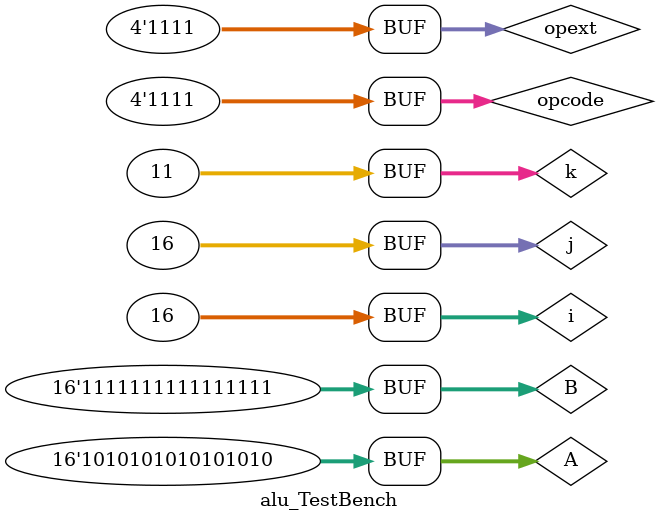
<source format=v>
`timescale 1ns / 1ps


module alu_TestBench;

	// Inputs
	reg [15:0] A;
	reg [15:0] B;
	reg [3:0] opcode;
	reg [3:0] opext;

	// Outputs
	wire [15:0] S;
	wire [4:0] CLFZN;

	// Instantiate the Unit Under Test (UUT)
	ALUmod uut (
		.A(A), 
		.B(B), 
		.opcode(opcode), 
		.S(S), 
		.opext(opext), 
		.CLFZN(CLFZN)
	);
	//Declare any integers and variables here
	integer i,j,k;
	initial 
	begin
		// Initialize Inputs and variables
		A = 0;
		B = 0;
		opcode = 0;
		opext = 0;
		i = 0;
		j = 0;
		k = 0;
		// Wait 100 ns for global reset to finish
		#100;
        
		// Add stimulus here
		
		/*	README PORTION
		*	This testbench will test every opcode, and only certain opcode extentions.
		*	This will be done using a for loop for the base opcode, and I will use a if statement for the extention
		* 	loop which will test all the ext for a particular opcode.
		*  we will test all the corner cases
		*	 A	 |	B
	*	   ____|____
	*		Max |	Max
	*		Max |	Min
	*		Min |	Max
	*		Min | Min
	*		A+B = Max
	*		... = max + 1
	*		A - B = Max -1
	*		min - 1
	*
		*	After we complete the corner case we will test the random values, we will probably complete 100 random for
		* each and it will only show errors
		*/
		//starting opcode for each corner case
		for(i = 0; i < 16; i = i+1)
		begin
			#100;
			//set the opcode for test each option.  
			//if alu doesn't support the opcode it needs to be ignored.
			opcode = i;
			//test max | Max
			if(i == 0)
				begin
					//test the different opcodes extentions for 0000 opext 0000-1111
						
						for(j = 0; j < 16; j = j +1)
						begin
						//testing opext
							opext = j;
							if(j == 0) //this is nop
							begin//*****************************************NOP********************************
								//test to see if all outputs are 0
								
								//A = 16'b1111111111111111;// max unsign
								//B = 16'b1111111111111111;// max unsign
								//only random is require if it doesn't return 0 for random
								//it won't return 0 for max min and all of them
								//loop through 10 different random numbers
								for(k = 0; k < 11; k = k +1)
								begin
									A = $random % (2^16);
									B = $random % (2^16);
									//may need delay **********************possible need to change the following line
									#50;
									if(S != 0)
									begin
										$monitor("ERROR0_INST:NOP A=%b,B=%B,CLFZN = %b,S = %b,Time",A,B,CLFZN,S,$time);
									
									end// end S != 0
								
								end// end 1st k loop
							end // end nop j == 0 
							//nop is tested
							
							if(j == 1)
							begin//***************************************AND************************************
								//This needs an extentive test
								//we first test max
								A = 16'b1111111111111111;// max unsign
								B = 16'b1111111111111111;// max unsign
							   
								//result should be max
							
								#50;
								//test Max&Max
								if(S != 16'b1111111111111111)
								begin
									$monitor("ERROR1_INST:AND A=%b,B=%B,CLFZN = %b,S = %b,Time",A,B,CLFZN,S,$time);
									
								end//End test Max&Max
								//test Max& 0 expected result 0
								B = 0;
								#50;
								if(S != 0)
								begin
									$monitor("ERROR2_INST: AND A=%b,B=%B,CLFZN = %b,S = %b,Time",A,B,CLFZN,S,$time);
								end//end test Max&0 
								//Test 3 swap order 0&max expect 0
								A = 0;
								B = 16'b1111111111111111;// max unsign
								#50;
								if(S != 0)
								begin
									$monitor("ERROR3_INST: AND A=%b,B=%B,CLFZN = %b,S = %b,Time",A,B,CLFZN,S,$time);
								end//end test swap max and 0 0&max 
								// testing every other bit and expect 0
								A = 16'b1010101010101010;
								B = 16'b0101010101010101;
							
								#50
								if(S != 0)
								begin
									$monitor("ERROR4_INST: AND A=%b,B=%B,CLFZN = %b,S = %b,Time",A,B,CLFZN,S,$time);
								end//end test every other
								//test 0&0 expect 0
								A = 0;
								B = 0;
							
								#50
								if(S != 0)
								begin
									$monitor("ERROR5_INST: AND A=%b,B=%B,CLFZN = %b,S = %b,Time",A,B,CLFZN,S,$time);
								end//end test 0&0
								//This is the end of all the and tests
							end//end AND j == 1
							if(j == 2)
							begin//**************************************OR**************************************
								//Test max or max expect max
								A = 16'b1111111111111111;// max unsign
								B = 16'b1111111111111111;// max unsign
							   
								//result should be max
							
								#50;
								//test Max|Max
								if(S != 16'b1111111111111111)
								begin
									$monitor("ERROR6_INST: OR A=%b,B=%B,CLFZN = %b,S = %b,Time",A,B,CLFZN,S,$time);
									
								end//End test Max|Max
								//test Max| 0 expected result MAX
								B = 0;
								#50;
								if(S != 16'b1111111111111111)
								begin
									$monitor("ERROR7_INST: OR A=%b,B=%B,CLFZN = %b,S = %b,Time",A,B,CLFZN,S,$time);
								end//end test Max|0 
								//Test 3 swap order 0|max expect max
								A = 0;
								B = 16'b1111111111111111;// max unsign
								#50;
								if(S != 16'b1111111111111111)
								begin
									$monitor("ERROR8_INST: OR A=%b,B=%B,CLFZN = %b,S = %b,Time",A,B,CLFZN,S,$time);
								end//end test swap max and 0 0|max 
								// testing every other bit and expect max
								A = 16'b1010101010101010;
								B = 16'b0101010101010101;
							
								#50
								if(S != 16'b1111111111111111)
								begin
									$monitor("ERROR9_INST: OR A=%b,B=%B,CLFZN = %b,S = %b,Time",A,B,CLFZN,S,$time);
								end//end test every other
								//test 0|0 expect 0
								A = 0;
								B = 0;
							
								#50
								if(S != 0)
								begin
									$monitor("ERROR10_INST: OR A=%b,B=%B,CLFZN = %b,S = %b,Time",A,B,CLFZN,S,$time);
								end//end test 0|0
							
							
							end//end OR j == 2
							if(j == 3)
							begin//*************************************XOR**************************************
								//testing xor
								//Test max xor max expect max
								A = 16'b1111111111111111;// max unsign
								B = 16'b1111111111111111;// max unsign
							   
								//result should be 0
							
								#50;
								//test Max^Max
								if(S != 0)
								begin
									$monitor("ERROR11_INST: XOR A=%b,B=%B,CLFZN = %b,S = %b,Time",A,B,CLFZN,S,$time);
									
								end//End test Max^Max
								//test Max^ 0 expected result MAX
								B = 0;
								#50;
								if(S != 16'b1111111111111111)
								begin
									$monitor("ERROR12_INST: XOR A=%b,B=%B,CLFZN = %b,S = %b,Time",A,B,CLFZN,S,$time);
								end//end test Max^0 
								//Test 3 swap order 0^max expect max
								A = 0;
								B = 16'b1111111111111111;// max unsign
								#50;
								if(S != 16'b1111111111111111)
								begin
									$monitor("ERROR13_INST: XOR A=%b,B=%B,CLFZN = %b,S = %b,Time",A,B,CLFZN,S,$time);
								end//end test swap max and 0 0^max 
								// testing every other bit and expect max
								A = 16'b1010101010101010;
								B = 16'b0101010101010101;
							
								#50
								if(S != 16'b1111111111111111)
								begin
									$monitor("ERROR14_INST: XOR A=%b,B=%B,CLFZN = %b,S = %b,Time",A,B,CLFZN,S,$time);
								end//end test every other
								//test 0^0 expect 0
								A = 0;
								B = 0;
							
								#50
								if(S != 0)
								begin
									$monitor("ERROR15_INST: XOR A=%b,B=%B,CLFZN = %b,S = %b,Time",A,B,CLFZN,S,$time);
								end//end test 0^0
							
							
							end// end XOR j == 3
							//can ignore 0100(j == 4)the imediate values are taken already
							if(j == 5)
							begin//************************************ADD***************************************
								//Testing add values
								A = 16'b1111111111111111;// -1
								B = 16'b1111111111111111;// -1
							   //result should be 1111111111111110 with CLFZN = 10100
								#50;
								//test Max+Max
								if(S != 16'b1111111111111110 || CLFZN != 5'b10100)
								begin
									$monitor("ERROR16_INST: ADD A=%b,B=%B,CLFZN = %b,S = %b,Time",A,B,CLFZN,S,$time);
								end//End test -1+-1
								//test Min+0 expected result -1 CLFZN = 0
								B = 0;
								#50;
								if(S != 16'b1111111111111111 || CLFZN != 0)
								begin
									$monitor("ERROR17_INST: ADD A=%b,B=%B,CLFZN = %b,S = %b,Time",A,B,CLFZN,S,$time);
								end//end test Max+0 
								//Test 3 swap order 0+-1 expect -1
								A = 0;
								B = 16'b1111111111111111;// -1
								#50;
								if(S != 16'b1111111111111111 || CLFZN != 0)
								begin
									$monitor("ERROR18_INST: ADD A=%b,B=%B,CLFZN = %b,S = %b,Time",A,B,CLFZN,S,$time);
								end//end test max+Min expect 0111111111111110 CLFZN= 10100
								A = 16'b1111111111111111;//-1
								B = 16'b0111111111111111;//MAX
							
								#50
								if(S != 16'b0111111111111110|| CLFZN != 5'b10100)
								begin
									$monitor("ERROR19_INST: ADD A=%b,B=%B,CLFZN = %b,S = %b,Time",A,B,CLFZN,S,$time);
								end//end test every other
								//test 0+0 expect 0
								A = 0;
								B = 0;
								#50
								if(S != 0|| CLFZN != 0)
								begin
									$monitor("ERROR20_INST: ADD A=%b,B=%B,CLFZN = %b,S = %b,Time",A,B,CLFZN,S,$time);
								end//end test 0+0
								//test Max + 1 expect Min and CLFZN = 00100
								A = 16'b0000000000000001;//1
								B = 16'b0111111111111111;//MAX
										  
								#50
								if(S != 16'b1000000000000000|| CLFZN != 5'b00100)
								begin
									$monitor("ERROR21_INST: ADD A=%b,B=%B,CLFZN = %b,S = %b,Time",A,B,CLFZN,S,$time);
								end//end test every other
								//test -1+1 expect 1 with carry flag
								A = 16'b0000000000000001;//1
								B = 16'b1111111111111111;//-1
										  
								#50
								if(S != 16'b0000000000000000|| CLFZN != 5'b10000)
								begin
									$monitor("ERROR22_INST: ADD A=%b,B=%B,CLFZN = %b,S = %b,Time",A,B,CLFZN,S,$time);
								end//end test every other
								//test A+B=Max expect 0 with carry flag
								A = 16'b0000000011111111;//random
								B = 16'b0111111100000000;//random
								#50
								if(S != 16'b0111111111111111|| CLFZN !=0)
								begin
									$monitor("ERROR23_INST: ADD A=%b,B=%B,CLFZN = %b,S = %b,Time",A,B,CLFZN,S,$time);
								end//end test every other
								
								//test random cases now
								for(k = 0; k < 11; k = k+1)
								begin
									A = $random % 2^14;
									B = $random % 2^14;
									#50;
									if(S != (A+B))
									begin
										$monitor("ERRORInLoop2_INST: ADD A=%b,B=%B,CLFZN = %b,S = %b,Time",A,B,CLFZN,S,$time);
									end//end test every other
								end//end k loop for random cases								
							
							end// end ADD j == 5
							if(j == 6)
							begin//************************************ADDU**************************************
								//Testing the unsigned add
								A = 16'b1111111111111111;// Max
								B = 16'b1111111111111111;// Max
							   //result should be 1111111111111110 with CLFZN = 10100
								#50;
								//test Max+Max
								if(S != 16'b1111111111111110 || CLFZN != 5'b10100)
								begin
									$monitor("ERROR24_INST: ADDU A=%b,B=%B,CLFZN = %b,S = %b,Time",A,B,CLFZN,S,$time);
								end//End test max+max
								//test Min+0 expected result -1 CLFZN = 0
								B = 0;
								#50;
								if(S != 16'b1111111111111111 || CLFZN != 0)
								begin
									$monitor("ERROR25_INST: ADDU A=%b,B=%B,CLFZN = %b,S = %b,Time",A,B,CLFZN,S,$time);
								end//end test Max+0 
								//Test 3 swap order 0+Max expect Max
								A = 0;
								B = 16'b1111111111111111;// MAX
								#50;
								if(S != 16'b1111111111111111 || CLFZN != 0)
								begin
									$monitor("ERROR26_INST: ADDU A=%b,B=%B,CLFZN = %b,S = %b,Time",A,B,CLFZN,S,$time);
								end//end test max+Min expect 0111111111111110 CLFZN= 10100
								
								//test 0+0 expect 0
								A = 0;
								B = 0;
								#50
								if(S != 0|| CLFZN != 0)
								begin
									$monitor("ERROR27_INST: ADDU A=%b,B=%B,CLFZN = %b,S = %b,Time",A,B,CLFZN,S,$time);
								end//end test 0+0
								//test 1 + big number and CLFZN = 00000 result = 1000000000000000
								A = 16'b0000000000000001;//1
								B = 16'b0111111111111111;//MAX
										  
								#50
								if(S != 16'b1000000000000000|| CLFZN != 5'b00000)
								begin
									$monitor("ERROR28_INST: ADDU A=%b,B=%B,CLFZN = %b,S = %b,Time",A,B,CLFZN,S,$time);
								end//end sum to large number
								//test 1+max expect 0 with carry flag and overflow
								A = 16'b0000000000000001;//1
								B = 16'b1111111111111111;//-1
										  
								#50
								if(S != 16'b0000000000000000|| CLFZN != 5'b10100)
								begin
									$monitor("ERROR29_INST: ADDU A=%b,B=%B,CLFZN = %b,S = %b,Time",A,B,CLFZN,S,$time);
								end//end test every other
								//test A+B=Max expect 0 with carry flag
								A = 16'b0000000011111111;//random
								B = 16'b1111111100000000;//random
								#50
								if(S != 16'b1111111111111111|| CLFZN !=0)
								begin
									$monitor("ERROR30_INST: ADDU A=%b,B=%B,CLFZN = %b,S = %b,Time",A,B,CLFZN,S,$time);
								end//end test every other
								
								//test random cases now
								for(k = 0; k < 11; k = k+1)
								begin
									A = $random % 2^14;
									B = $random % 2^14;
									#50;
									if(S != (A+B))
									begin
										$monitor("ERRORInLoop3_INST: ADDU A=%b,B=%B,CLFZN = %b,S = %b,Time",A,B,CLFZN,S,$time);
									end//end test every other
								end//end k loop for random cases								
							
							
							end// end ADDU j == 6
							if(j == 7)
							begin//************************************ADDC**************************************
							//now we can check everything that is the same with ADD only now we add 2 more cases for Carry input
							
								//Testing add values
								A = 16'b1111111111111111;// -1
								B = 16'b1111111111111111;// -1
							   //result should be 1111111111111110 with CLFZN = 10100
								#50;
								//test Max+Max
								if(S != 16'b1111111111111110 || CLFZN != 5'b10100)
								begin
									$monitor("ERROR31_INST: ADDC A=%b,B=%B,CLFZN = %b,S = %b,Time",A,B,CLFZN,S,$time);
								end//End test -1+-1
								//test Min+0 expected result -1 CLFZN = 0
								B = 0;
								#50;
								if(S != 16'b1111111111111111 || CLFZN != 0)
								begin
									$monitor("ERROR32_INST: ADDC A=%b,B=%B,CLFZN = %b,S = %b,Time",A,B,CLFZN,S,$time);
								end//end test Max+0 
								//Test 3 swap order 0+-1 expect -1
								A = 0;
								B = 16'b1111111111111111;// -1
								#50;
								if(S != 16'b1111111111111111 || CLFZN != 0)
								begin
									$monitor("ERROR33_INST: ADDC A=%b,B=%B,CLFZN = %b,S = %b,Time",A,B,CLFZN,S,$time);
								end//end test max+Min expect 0111111111111110 CLFZN= 10100
								A = 16'b1111111111111111;//-1
								B = 16'b0111111111111111;//MAX
							
								#50
								if(S != 16'b0111111111111110|| CLFZN != 5'b10100)
								begin
									$monitor("ERROR34_INST: ADDC A=%b,B=%B,CLFZN = %b,S = %b,Time",A,B,CLFZN,S,$time);
								end//end test every other
								//test 0+0 expect 0
								A = 0;
								B = 0;
								#50
								if(S != 0|| CLFZN != 0)
								begin
									$monitor("ERROR35_INST: ADDC A=%b,B=%B,CLFZN = %b,S = %b,Time",A,B,CLFZN,S,$time);
								end//end test 0+0
								//test Max + 1 expect Min and CLFZN = 00100
								A = 16'b0000000000000001;//1
								B = 16'b0111111111111111;//MAX
										  
								#50
								if(S != 16'b1000000000000000|| CLFZN != 5'b00100)
								begin
									$monitor("ERROR36_INST: ADDC A=%b,B=%B,CLFZN = %b,S = %b,Time",A,B,CLFZN,S,$time);
								end//end test every other
								//test -1+1 expect 1 with carry flag
								A = 16'b0000000000000001;//1
								B = 16'b1111111111111111;//-1
										  
								#50
								if(S != 16'b0000000000000000|| CLFZN != 5'b10000)
								begin
									$monitor("ERROR37_INST: ADDC A=%b,B=%B,CLFZN = %b,S = %b,Time",A,B,CLFZN,S,$time);
								end//end test every other
								//test A+B=Max expect 0 with carry flag
								A = 16'b0000000011111111;//random
								B = 16'b0111111100000000;//random
								#50
								if(S != 16'b0111111111111111|| CLFZN !=0)
								begin
									$monitor("ERROR38_INST: ADDC A=%b,B=%B,CLFZN = %b,S = %b,Time",A,B,CLFZN,S,$time);
								end//end test every other
								//test A+1+Cin=expect 0 with carry flag
								A = 16'b1111111111111111;//random
								B = 16'b0000000000000000;//random
						//change flag
						
								#50
								if(S != 0|| CLFZN !=5'b10000)
								begin
									$monitor("ERROR39_INST: ADDC A=%b,B=%B,CLFZN = %b,S = %b,Time",A,B,CLFZN,S,$time);
								end//end test every other
								//Test if 0+0+cflag = 1 and cflag =0
								A = 16'b0000000000000000;//random
								B = 16'b0000000000000000;//random
						//change flag
									
								#50
								if(S != 16'b0000000000000001|| CLFZN !=0)
								begin                       //
									$monitor("ERROR40_INST: ADDC A=%b,B=%B,CLFZN = %b,S = %b,Time",A,B,CLFZN,S,$time);
								end//end test every other
								
								
								//test random cases now
								for(k = 0; k < 11; k = k+1)
								begin
									A = $random % 2^14;
									B = $random % 2^14;
									#50;
									if(S != (A+B))
									begin
										$monitor("ERRORInLoop4_INST: ADDC A=%b,B=%B,CLFZN = %b,S = %b,Time",A,B,CLFZN,S,$time);
									end//end test every other
								end//end k loop for random cases								
							
							end// end ADDC j == 7
							//can be ignored 1000(j == 8) the imediate values are taken later
							
							if(j == 9)//This is tested in the add function when you do an sub it changes it so you just add
							begin//*****************************sub************************************
							
							end// end SUB j == 9
							//can be ignored 1010(j == 10) the imediate values are taken later
							//can be ignored 1011(j == 11) the imediate values are taken later
							//can be ignored 1100(j == 12) This is an non-ALU instruction
							if(j == 13)//
							begin//**************************MOV***************************
							
							end// end MOV j == 13
							if(j == 14)
							begin//**************************RSH***********************************
								//shift right this isn't going to carry the first bit over
								//example a = 1111
								// a>>1
								// result = 0111
								A = 16'b1111111111111111;// -1
								
								#50;
								//test Max+Max
								if(S != 16'b0111111111111111)
								begin
									$monitor("ERROR41_INST: MOV A=%b,B=%B,CLFZN = %b,S = %b,Time",A,B,CLFZN,S,$time);
								end//End test -1+-1
								A = 16'b1010101010101010;
										
								#50;
								//test Max+Max
								if(S != 16'b1010101010101010)
								begin
									$monitor("ERROR42_INST: MOV A=%b,B=%B,CLFZN = %b,S = %b,Time",A,B,CLFZN,S,$time);
								end//End test -1+-1
								
							
							
							end// end RSH j == 14
							//may need to add another case if we add an instruction for 15(1111)
						end//end 1st j loop
				end // end if i == 0
				// WE can ignore 0001-0011
				// WE May also want to ignore 0100 and all of the sub opext with it 
					//This depends if any of the instructions deal with the ALU
				
				if(i == 5)
				begin//********************************ADDI*********************************************
						//Testing addi values
								A = 16'b1111111111111111;// -1
								B = 16'b1111111111111111;// -1
							   //result should be 1111111111111110 with CLFZN = 10100
								#50;
								//test Max+Max
								if(S != 16'b1111111111111110 || CLFZN != 5'b10100)
								begin
									$monitor("ERROR43_INST: ADDI A=%b,B=%B,CLFZN = %b,S = %b,Time",A,B,CLFZN,S,$time);
								end//End test -1+-1
								//test Min+0 expected result -1 CLFZN = 0
								B = 0;
								#50;
								if(S != 16'b1111111111111111 || CLFZN != 0)
								begin
									$monitor("ERROR44_INST: ADDI A=%b,B=%B,CLFZN = %b,S = %b,Time",A,B,CLFZN,S,$time);
								end//end test Max+0 
								//Test 3 swap order 0+-1 expect -1
								A = 0;
								B = 16'b1111111111111111;// -1
								#50;
								if(S != 16'b1111111111111111 || CLFZN != 0)
								begin
									$monitor("ERROR45_INST: ADDI A=%b,B=%B,CLFZN = %b,S = %b,Time",A,B,CLFZN,S,$time);
								end//end test max+Min expect 0111111111111110 CLFZN= 10100
								A = 16'b1111111111111111;//-1
								B = 16'b0111111111111111;//MAX
							
								#50
								if(S != 16'b0111111111111110|| CLFZN != 5'b10100)
								begin
									$monitor("ERROR46_INST: ADDI A=%b,B=%B,CLFZN = %b,S = %b,Time",A,B,CLFZN,S,$time);
								end//end test every other
								//test 0+0 expect 0
								A = 0;
								B = 0;
								#50
								if(S != 0|| CLFZN != 0)
								begin
									$monitor("ERROR47_INST: ADDI A=%b,B=%B,CLFZN = %b,S = %b,Time",A,B,CLFZN,S,$time);
								end//end test 0+0
								//test Max + 1 expect Min and CLFZN = 00100
								A = 16'b0000000000000001;//1
								B = 16'b0111111111111111;//MAX
										  
								#50
								if(S != 16'b1000000000000000|| CLFZN != 5'b00100)
								begin
									$monitor("ERROR48_INST: ADDI A=%b,B=%B,CLFZN = %b,S = %b,Time",A,B,CLFZN,S,$time);
								end//end test every other
								//test -1+1 expect 1 with carry flag
								A = 16'b0000000000000001;//1
								B = 16'b1111111111111111;//-1
										  
								#50
								if(S != 16'b0000000000000000|| CLFZN != 5'b10000)
								begin
									$monitor("ERROR49_INST: ADDI A=%b,B=%B,CLFZN = %b,S = %b,Time",A,B,CLFZN,S,$time);
								end//end test every other
								//test A+B=Max expect 0 with carry flag
								A = 16'b0000000011111111;//random
								B = 16'b0111111100000000;//random
								#50
								if(S != 16'b0111111111111111|| CLFZN !=0)
								begin
									$monitor("ERROR50_INST: ADDI A=%b,B=%B,CLFZN = %b,S = %b,Time",A,B,CLFZN,S,$time);
								end//end test every other
								
								//test random cases now
								for(k = 0; k < 11; k = k+1)
								begin
									A = $random % 2^14;
									B = $random % 2^14;
									#50;
									if(S != (A+B))
									begin
										$monitor("ERRORInLoop5_INST: ADDI A=%b,B=%B,CLFZN = %b,S = %b,Time",A,B,CLFZN,S,$time);
									end//end test every other
								end//end k loop for random cases								
							
				end//end ADDI i == 5
				if(i == 6)
				begin//************************************ADDUI*********************************************
						//Testing the unsigned add
								A = 16'b1111111111111111;// Max
								B = 16'b1111111111111111;// Max
							   //result should be 1111111111111110 with CLFZN = 10100
								#50;
								//test Max+Max
								if(S != 16'b1111111111111110 || CLFZN != 5'b10100)
								begin
									$monitor("ERROR51_INST: ADDUI A=%b,B=%B,CLFZN = %b,S = %b,Time",A,B,CLFZN,S,$time);
								end//End test max+max
								//test Min+0 expected result -1 CLFZN = 0
								B = 0;
								#50;
								if(S != 16'b1111111111111111 || CLFZN != 0)
								begin
									$monitor("ERROR52_INST: ADDUI A=%b,B=%B,CLFZN = %b,S = %b,Time",A,B,CLFZN,S,$time);
								end//end test Max+0 
								//Test 3 swap order 0+Max expect Max
								A = 0;
								B = 16'b1111111111111111;// MAX
								#50;
								if(S != 16'b1111111111111111 || CLFZN != 0)
								begin
									$monitor("ERROR53_INST: ADDUI A=%b,B=%B,CLFZN = %b,S = %b,Time",A,B,CLFZN,S,$time);
								end//end test max+Min expect 0111111111111110 CLFZN= 10100
								
								//test 0+0 expect 0
								A = 0;
								B = 0;
								#50
								if(S != 0|| CLFZN != 0)
								begin
									$monitor("ERROR54_INST: ADDUI A=%b,B=%B,CLFZN = %b,S = %b,Time",A,B,CLFZN,S,$time);
								end//end test 0+0
								//test 1 + big number and CLFZN = 00000 result = 1000000000000000
								A = 16'b0000000000000001;//1
								B = 16'b01111111111111111;//MAX
										  
								#50
								if(S != 16'b1000000000000000|| CLFZN != 5'b00000)
								begin
									$monitor("ERROR55_INST: ADDUI A=%b,B=%B,CLFZN = %b,S = %b,Time",A,B,CLFZN,S,$time);
								end//end sum to large number
								//test 1+max expect 0 with carry flag and overflow
								A = 16'b0000000000000001;//1
								B = 16'b1111111111111111;//-1
										  
								#50
								if(S != 16'b0000000000000000|| CLFZN != 5'b10100)
								begin
									$monitor("ERROR56_INST: ADDUI A=%b,B=%B,CLFZN = %b,S = %b,Time",A,B,CLFZN,S,$time);
								end//end test every other
								//test A+B=Max expect 0 with carry flag
								A = 16'b0000000011111111;//random
								B = 16'b1111111100000000;//random
								#50
								if(S != 16'b1111111111111111|| CLFZN !=0)
								begin
									$monitor("ERROR57_INST: ADDUI A=%b,B=%B,CLFZN = %b,S = %b,Time",A,B,CLFZN,S,$time);
								end//end test every other
								
								//test random cases now
								for(k = 0; k < 11; k = k+1)
								begin
									A = $random % 2^14;
									B = $random % 2^14;
									#50;
									if(S != (A+B))
									begin
										$monitor("ERRORInLoop6_INST: ADDUI A=%b,B=%B,CLFZN = %b,S = %b,Time",A,B,CLFZN,S,$time);
									end//end test every other
								end//end k loop for random cases								
							
							
				end//end ADDUI i == 6
				if(i == 7)
				begin//************************************ADDCI*******************************************
					//Testing add values
								A = 16'b1111111111111111;// -1
								B = 16'b1111111111111111;// -1
							   //result should be 1111111111111110 with CLFZN = 10100
								#50;
								//test Max+Max
								if(S != 16'b1111111111111110 || CLFZN != 5'b10100)
								begin
									$monitor("ERROR58_INST: ADDCI A=%b,B=%B,CLFZN = %b,S = %b,Time",A,B,CLFZN,S,$time);
								end//End test -1+-1
								//test Min+0 expected result -1 CLFZN = 0
								B = 0;
								#50;
								if(S != 16'b1111111111111111 || CLFZN != 0)
								begin
									$monitor("ERROR59_INST: ADDCI A=%b,B=%B,CLFZN = %b,S = %b,Time",A,B,CLFZN,S,$time);
								end//end test Max+0 
								//Test 3 swap order 0+-1 expect -1
								A = 0;
								B = 16'b1111111111111111;// -1
								#50;
								if(S != 16'b1111111111111111 || CLFZN != 0)
								begin
									$monitor("ERROR60_INST: ADDCI A=%b,B=%B,CLFZN = %b,S = %b,Time",A,B,CLFZN,S,$time);
								end//end test max+Min expect 0111111111111110 CLFZN= 10100
								A = 16'b1111111111111111;//-1
								B = 16'b01111111111111111;//MAX
							
								#50
								if(S != 16'b0111111111111110|| CLFZN != 5'b10100)
								begin
									$monitor("ERROR61_INST: ADDCI A=%b,B=%B,CLFZN = %b,S = %b,Time",A,B,CLFZN,S,$time);
								end//end test every other
								//test 0+0 expect 0
								A = 0;
								B = 0;
								#50
								if(S != 0|| CLFZN != 0)
								begin
									$monitor("ERROR62_INST: ADDCI A=%b,B=%B,CLFZN = %b,S = %b,Time",A,B,CLFZN,S,$time);
								end//end test 0+0
								//test Max + 1 expect Min and CLFZN = 00100
								A = 16'b0000000000000001;//1
								B = 16'b01111111111111111;//MAX
										  
								#50
								if(S != 16'b1000000000000000|| CLFZN != 5'b00100)
								begin
									$monitor("ERROR63_INST: ADDCI A=%b,B=%B,CLFZN = %b,S = %b,Time",A,B,CLFZN,S,$time);
								end//end test every other
								//test -1+1 expect 1 with carry flag
								A = 16'b0000000000000001;//1
								B = 16'b1111111111111111;//-1
										  
								#50
								if(S != 16'b0000000000000000|| CLFZN != 5'b10000)
								begin
									$monitor("ERROR64_INST: ADDCI A=%b,B=%B,CLFZN = %b,S = %b,Time",A,B,CLFZN,S,$time);
								end//end test every other
								//test A+B=Max expect 0 with carry flag
								A = 16'b0000000011111111;//random
								B = 16'b01111111000000000;//random
								#50
								if(S != 16'b01111111111111111|| CLFZN !=0)
								begin
									$monitor("ERROR65_INST: ADDCI A=%b,B=%B,CLFZN = %b,S = %b,Time",A,B,CLFZN,S,$time);
								end//end test every other
								//test A+1+Cin=expect 0 with carry flag
								A = 16'b1111111111111111;//random
								B = 16'b0000000000000000;//random
						//change flage
							
								#50
								if(S != 0|| CLFZN !=5'b10000)
								begin
									$monitor("ERROR66_INST: ADDCI A=%b,B=%B,CLFZN = %b,S = %b,Time",A,B,CLFZN,S,$time);
								end//end test every other
								//Test if 0+0+cflag = 1 and cflag =0
								A = 16'b0000000000000000;//random
								B = 16'b0000000000000000;//random
						//Change flag
								#50
								if(S != 16'b0000000000000001|| CLFZN !=0)
								begin                       //
									$monitor("ERROR67_INST: ADDCI A=%b,B=%B,CLFZN = %b,S = %b,Time",A,B,CLFZN,S,$time);
								end//end test every other
								
								
								//test random cases now
								for(k = 0; k < 11; k = k+1)
								begin
									A = $random % 2^14;
									B = $random % 2^14;
									#50;
									if(S != (A+B))
									begin
										$monitor("ERRORInLoop7_INST: ADDCI A=%b,B=%B,CLFZN = %b,S = %b,Time",A,B,CLFZN,S,$time);
									end//end test every other
								end//end k loop for random cases								
							
				end//end ADDCI i == 7
				if(i == 8)
				begin//****************************************LSHI***********************************************
					A = 16'b1111111111111111;// -1
						
					#50;
					//test Max+Max
					if(S != 16'b1111111111111110)
					begin
						$monitor("ERROR68_INST: LSHI A=%b,B=%B,CLFZN = %b,S = %b,Time",A,B,CLFZN,S,$time);
					end//End test -1+-1
					A = 16'b1010101010101010;
							
					#50;
					//test Max+Max
					if(S != 16'b0101010101010100)
					begin
						$monitor("ERROR69_INST: LSHI A=%b,B=%B,CLFZN = %b,S = %b,Time",A,B,CLFZN,S,$time);
					end//End test -1+-1
					A = 1;								
					#50;
					//test Max+Max
					if(S != 16'b0000000000000010)
					begin
						$monitor("ERROR70_INST: LSHI A=%b,B=%B,CLFZN = %b,S = %b,Time",A,B,CLFZN,S,$time);
					end//End test -1+-1
						
				end// end LSHI i == 8
				if(i == 9)
				begin//****************************************SUBI***********************************************add test
					A =  16'b0000000000000001;//1-1 = 0
					B =  16'b0000000000000001;//should return 0
					#50;
					if(S != 0)
					begin
						$monitor("ERROR80_INST: SUBI A=%b,B=%B,CLFZN = %b,S = %b,Time",A,B,CLFZN,S,$time);
					end
					
					A =  16'b1111111111111111;//1-1 = 0
					B =  16'b0000000000000000;//should return 0
					#50;
					if(S != 16'b1111111111111111)
					begin
						$monitor("ERROR81_INST: SUBI A=%b,B=%B,CLFZN = %b,S = %b,Time",A,B,CLFZN,S,$time);
					end
					B =  16'b1111111111111111;//-1--1 = 0
					#50;
					if(S != 0)
					begin
						$monitor("ERROR82_INST: SUBI A=%b,B=%B,CLFZN = %b,S = %b,Time",A,B,CLFZN,S,$time);
					end
					
				end// end SUBI i == 9
				if(i == 10)
				begin
					//test 1010 opext codes
					for(j = 0; j < 16; j = j+1)
					begin
						opext = j;
						//skipp j == 0 the instruction is still open
						if(j == 1)
						begin//********************************ALSH********************************************
							A = 16'b1111111111111111;// -1
							
							#50;
							//test Max+Max
							if(S != 16'b1111111111111110)
							begin
								$monitor("ERROR71_INST: ALSH A=%b,B=%B,CLFZN = %b,S = %b,Time",A,B,CLFZN,S,$time);
							end//End test -1+-1
							A = 16'b1010101010101010;
									
							#50;
							//test Max+Max
							if(S != 16'b0101010101010100)
							begin
								$monitor("ERROR72_INST: ALSH A=%b,B=%B,CLFZN = %b,S = %b,Time",A,B,CLFZN,S,$time);
							end//End test -1+-1
							A = 1;								
							#50;
							//test Max+Max
							if(S != 16'b0000000000000010)
							begin
								$monitor("ERROR73_INST: ALSH A=%b,B=%B,CLFZN = %b,S = %b,Time",A,B,CLFZN,S,$time);
							end//End test -1+-1
						
						end//end ALSH j == 1
						if(j == 2)
						begin//********************************CMPU/I*******************************************add test
						
						end//end CMPU/I j == 2
						if(j == 3)
						begin//**********************************NOT**********************************************
							A =  16'b1111111111111111;//should return 0
							#50;
							if(S != 0)
							begin
								$monitor("ERROR79_INST: NOT A=%b,B=%B,CLFZN = %b,S = %b,Time",A,B,CLFZN,S,$time);
							end
							A = 0;
							#50;
							if(S != 1)
							begin
								$monitor("ERROR80_INST: NOT A=%b,B=%B,CLFZN = %b,S = %b,Time",A,B,CLFZN,S,$time);
							end
							
						end//end NOT j == 3
						if(j == 4)
						begin//***********************************ARSH*********************************************
							A = 16'b1111111111111111;// -1
								
								#50;
								//test Max+Max
								if(S != 16'b1111111111111111)
								begin
									$monitor("ERROR74_INST: ARSH A=%b,B=%B,CLFZN = %b,S = %b,Time",A,B,CLFZN,S,$time);
								end//End test -1+-1
								A = 16'b1010101010101010;
										
								#50;
								//test Max+Max
								if(S != 16'b1101010101010101)
								begin
									$monitor("ERROR75_INST: ARSH A=%b,B=%B,CLFZN = %b,S = %b,Time",A,B,CLFZN,S,$time);
								end//End test -1+-1
								A = 1;								
								#50;
								//test Max+Max
								if(S != 0)
								begin
									$monitor("ERROR76_INST: ARSH A=%b,B=%B,CLFZN = %b,S = %b,Time",A,B,CLFZN,S,$time);
								end//End test -1+-1
								
							
						end// end ARSH j == 4
						if(j == 5)
						begin//***********************************ADDCU****************************************Add test
						
						end// end ADDCU j == 5
						if(j == 5)
						begin//************************************ADDCUI****************************************add test
						
						end// end ADDCUI j == 6
						//The rest are unused so we don't need to test them as well.
						
						
					end//end 2nd j loop that is testing 1010
				end// end 1010 i == 10
				if(i == 11)
				begin//********************************************CMPI*********************************************
					//different cases
						 // A-B = 1; Flags 
						 // A-B = 0; FLAGS set Z flag
						 // A-B = -1; FLAGS set L Flag, 
						 // 
					
				end// end CMPI 1011 i == 11
				//ignore 12 it is open and unused 1100
				if(i == 13)
				begin//**********************************************MOVI*******************************************
				//This doesn't use anything in the ALU it just passes the  value through
				
				end// end MOVI 1101
				if(i == 14)
				begin//**********************************************RSHI********************************************
					A = 16'b1111111111111111;// -1
					
					#50;
					//test Max+Max
					if(S != 16'b0111111111111111)
					begin
						$monitor("ERROR77_INST: RSHI A=%b,B=%B,CLFZN = %b,S = %b,Time",A,B,CLFZN,S,$time);
					end//End test -1+-1
					A = 16'b1010101010101010;
					
					#50;
					//test Max+Max
					if(S != 16'b0101010101010101)
					begin
						$monitor("ERROR78_INST: RSHI A=%b,B=%B,CLFZN = %b,S = %b,Time",A,B,CLFZN,S,$time);
					end//End test -1+-1
					
					
				end// end RSHI 1110
				//skip 15 it is empty
		
		end // end i loop




	end // end initial 
      
endmodule


</source>
